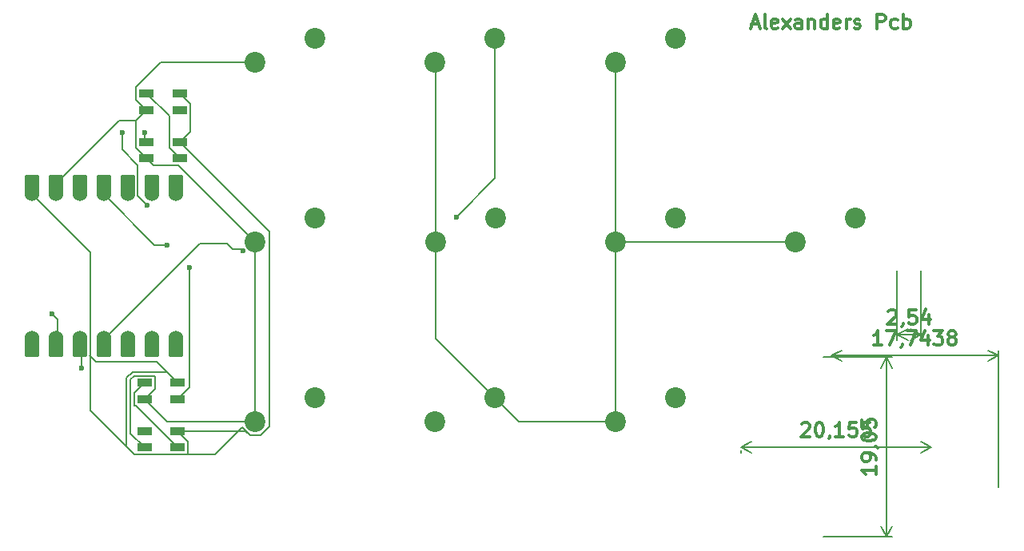
<source format=gbr>
%TF.GenerationSoftware,KiCad,Pcbnew,9.0.2*%
%TF.CreationDate,2025-06-28T19:25:42+02:00*%
%TF.ProjectId,Hackpad,4861636b-7061-4642-9e6b-696361645f70,rev?*%
%TF.SameCoordinates,Original*%
%TF.FileFunction,Copper,L1,Top*%
%TF.FilePolarity,Positive*%
%FSLAX46Y46*%
G04 Gerber Fmt 4.6, Leading zero omitted, Abs format (unit mm)*
G04 Created by KiCad (PCBNEW 9.0.2) date 2025-06-28 19:25:42*
%MOMM*%
%LPD*%
G01*
G04 APERTURE LIST*
G04 Aperture macros list*
%AMRoundRect*
0 Rectangle with rounded corners*
0 $1 Rounding radius*
0 $2 $3 $4 $5 $6 $7 $8 $9 X,Y pos of 4 corners*
0 Add a 4 corners polygon primitive as box body*
4,1,4,$2,$3,$4,$5,$6,$7,$8,$9,$2,$3,0*
0 Add four circle primitives for the rounded corners*
1,1,$1+$1,$2,$3*
1,1,$1+$1,$4,$5*
1,1,$1+$1,$6,$7*
1,1,$1+$1,$8,$9*
0 Add four rect primitives between the rounded corners*
20,1,$1+$1,$2,$3,$4,$5,0*
20,1,$1+$1,$4,$5,$6,$7,0*
20,1,$1+$1,$6,$7,$8,$9,0*
20,1,$1+$1,$8,$9,$2,$3,0*%
G04 Aperture macros list end*
%ADD10C,0.300000*%
%TA.AperFunction,NonConductor*%
%ADD11C,0.300000*%
%TD*%
%TA.AperFunction,NonConductor*%
%ADD12C,0.200000*%
%TD*%
%TA.AperFunction,ComponentPad*%
%ADD13C,2.200000*%
%TD*%
%TA.AperFunction,SMDPad,CuDef*%
%ADD14RoundRect,0.152400X-0.609600X1.063600X-0.609600X-1.063600X0.609600X-1.063600X0.609600X1.063600X0*%
%TD*%
%TA.AperFunction,ComponentPad*%
%ADD15C,1.524000*%
%TD*%
%TA.AperFunction,SMDPad,CuDef*%
%ADD16RoundRect,0.152400X0.609600X-1.063600X0.609600X1.063600X-0.609600X1.063600X-0.609600X-1.063600X0*%
%TD*%
%TA.AperFunction,SMDPad,CuDef*%
%ADD17R,1.600000X0.850000*%
%TD*%
%TA.AperFunction,ViaPad*%
%ADD18C,0.600000*%
%TD*%
%TA.AperFunction,Conductor*%
%ADD19C,0.200000*%
%TD*%
G04 APERTURE END LIST*
D10*
D11*
X171483082Y-57572257D02*
X172197368Y-57572257D01*
X171340225Y-58000828D02*
X171840225Y-56500828D01*
X171840225Y-56500828D02*
X172340225Y-58000828D01*
X173054510Y-58000828D02*
X172911653Y-57929400D01*
X172911653Y-57929400D02*
X172840224Y-57786542D01*
X172840224Y-57786542D02*
X172840224Y-56500828D01*
X174197367Y-57929400D02*
X174054510Y-58000828D01*
X174054510Y-58000828D02*
X173768796Y-58000828D01*
X173768796Y-58000828D02*
X173625938Y-57929400D01*
X173625938Y-57929400D02*
X173554510Y-57786542D01*
X173554510Y-57786542D02*
X173554510Y-57215114D01*
X173554510Y-57215114D02*
X173625938Y-57072257D01*
X173625938Y-57072257D02*
X173768796Y-57000828D01*
X173768796Y-57000828D02*
X174054510Y-57000828D01*
X174054510Y-57000828D02*
X174197367Y-57072257D01*
X174197367Y-57072257D02*
X174268796Y-57215114D01*
X174268796Y-57215114D02*
X174268796Y-57357971D01*
X174268796Y-57357971D02*
X173554510Y-57500828D01*
X174768795Y-58000828D02*
X175554510Y-57000828D01*
X174768795Y-57000828D02*
X175554510Y-58000828D01*
X176768796Y-58000828D02*
X176768796Y-57215114D01*
X176768796Y-57215114D02*
X176697367Y-57072257D01*
X176697367Y-57072257D02*
X176554510Y-57000828D01*
X176554510Y-57000828D02*
X176268796Y-57000828D01*
X176268796Y-57000828D02*
X176125938Y-57072257D01*
X176768796Y-57929400D02*
X176625938Y-58000828D01*
X176625938Y-58000828D02*
X176268796Y-58000828D01*
X176268796Y-58000828D02*
X176125938Y-57929400D01*
X176125938Y-57929400D02*
X176054510Y-57786542D01*
X176054510Y-57786542D02*
X176054510Y-57643685D01*
X176054510Y-57643685D02*
X176125938Y-57500828D01*
X176125938Y-57500828D02*
X176268796Y-57429400D01*
X176268796Y-57429400D02*
X176625938Y-57429400D01*
X176625938Y-57429400D02*
X176768796Y-57357971D01*
X177483081Y-57000828D02*
X177483081Y-58000828D01*
X177483081Y-57143685D02*
X177554510Y-57072257D01*
X177554510Y-57072257D02*
X177697367Y-57000828D01*
X177697367Y-57000828D02*
X177911653Y-57000828D01*
X177911653Y-57000828D02*
X178054510Y-57072257D01*
X178054510Y-57072257D02*
X178125939Y-57215114D01*
X178125939Y-57215114D02*
X178125939Y-58000828D01*
X179483082Y-58000828D02*
X179483082Y-56500828D01*
X179483082Y-57929400D02*
X179340224Y-58000828D01*
X179340224Y-58000828D02*
X179054510Y-58000828D01*
X179054510Y-58000828D02*
X178911653Y-57929400D01*
X178911653Y-57929400D02*
X178840224Y-57857971D01*
X178840224Y-57857971D02*
X178768796Y-57715114D01*
X178768796Y-57715114D02*
X178768796Y-57286542D01*
X178768796Y-57286542D02*
X178840224Y-57143685D01*
X178840224Y-57143685D02*
X178911653Y-57072257D01*
X178911653Y-57072257D02*
X179054510Y-57000828D01*
X179054510Y-57000828D02*
X179340224Y-57000828D01*
X179340224Y-57000828D02*
X179483082Y-57072257D01*
X180768796Y-57929400D02*
X180625939Y-58000828D01*
X180625939Y-58000828D02*
X180340225Y-58000828D01*
X180340225Y-58000828D02*
X180197367Y-57929400D01*
X180197367Y-57929400D02*
X180125939Y-57786542D01*
X180125939Y-57786542D02*
X180125939Y-57215114D01*
X180125939Y-57215114D02*
X180197367Y-57072257D01*
X180197367Y-57072257D02*
X180340225Y-57000828D01*
X180340225Y-57000828D02*
X180625939Y-57000828D01*
X180625939Y-57000828D02*
X180768796Y-57072257D01*
X180768796Y-57072257D02*
X180840225Y-57215114D01*
X180840225Y-57215114D02*
X180840225Y-57357971D01*
X180840225Y-57357971D02*
X180125939Y-57500828D01*
X181483081Y-58000828D02*
X181483081Y-57000828D01*
X181483081Y-57286542D02*
X181554510Y-57143685D01*
X181554510Y-57143685D02*
X181625939Y-57072257D01*
X181625939Y-57072257D02*
X181768796Y-57000828D01*
X181768796Y-57000828D02*
X181911653Y-57000828D01*
X182340224Y-57929400D02*
X182483081Y-58000828D01*
X182483081Y-58000828D02*
X182768795Y-58000828D01*
X182768795Y-58000828D02*
X182911652Y-57929400D01*
X182911652Y-57929400D02*
X182983081Y-57786542D01*
X182983081Y-57786542D02*
X182983081Y-57715114D01*
X182983081Y-57715114D02*
X182911652Y-57572257D01*
X182911652Y-57572257D02*
X182768795Y-57500828D01*
X182768795Y-57500828D02*
X182554510Y-57500828D01*
X182554510Y-57500828D02*
X182411652Y-57429400D01*
X182411652Y-57429400D02*
X182340224Y-57286542D01*
X182340224Y-57286542D02*
X182340224Y-57215114D01*
X182340224Y-57215114D02*
X182411652Y-57072257D01*
X182411652Y-57072257D02*
X182554510Y-57000828D01*
X182554510Y-57000828D02*
X182768795Y-57000828D01*
X182768795Y-57000828D02*
X182911652Y-57072257D01*
X184768795Y-58000828D02*
X184768795Y-56500828D01*
X184768795Y-56500828D02*
X185340224Y-56500828D01*
X185340224Y-56500828D02*
X185483081Y-56572257D01*
X185483081Y-56572257D02*
X185554510Y-56643685D01*
X185554510Y-56643685D02*
X185625938Y-56786542D01*
X185625938Y-56786542D02*
X185625938Y-57000828D01*
X185625938Y-57000828D02*
X185554510Y-57143685D01*
X185554510Y-57143685D02*
X185483081Y-57215114D01*
X185483081Y-57215114D02*
X185340224Y-57286542D01*
X185340224Y-57286542D02*
X184768795Y-57286542D01*
X186911653Y-57929400D02*
X186768795Y-58000828D01*
X186768795Y-58000828D02*
X186483081Y-58000828D01*
X186483081Y-58000828D02*
X186340224Y-57929400D01*
X186340224Y-57929400D02*
X186268795Y-57857971D01*
X186268795Y-57857971D02*
X186197367Y-57715114D01*
X186197367Y-57715114D02*
X186197367Y-57286542D01*
X186197367Y-57286542D02*
X186268795Y-57143685D01*
X186268795Y-57143685D02*
X186340224Y-57072257D01*
X186340224Y-57072257D02*
X186483081Y-57000828D01*
X186483081Y-57000828D02*
X186768795Y-57000828D01*
X186768795Y-57000828D02*
X186911653Y-57072257D01*
X187554509Y-58000828D02*
X187554509Y-56500828D01*
X187554509Y-57072257D02*
X187697367Y-57000828D01*
X187697367Y-57000828D02*
X187983081Y-57000828D01*
X187983081Y-57000828D02*
X188125938Y-57072257D01*
X188125938Y-57072257D02*
X188197367Y-57143685D01*
X188197367Y-57143685D02*
X188268795Y-57286542D01*
X188268795Y-57286542D02*
X188268795Y-57715114D01*
X188268795Y-57715114D02*
X188197367Y-57857971D01*
X188197367Y-57857971D02*
X188125938Y-57929400D01*
X188125938Y-57929400D02*
X187983081Y-58000828D01*
X187983081Y-58000828D02*
X187697367Y-58000828D01*
X187697367Y-58000828D02*
X187554509Y-57929400D01*
D10*
D11*
X185271875Y-91583328D02*
X184414732Y-91583328D01*
X184843303Y-91583328D02*
X184843303Y-90083328D01*
X184843303Y-90083328D02*
X184700446Y-90297614D01*
X184700446Y-90297614D02*
X184557589Y-90440471D01*
X184557589Y-90440471D02*
X184414732Y-90511900D01*
X185771874Y-90083328D02*
X186771874Y-90083328D01*
X186771874Y-90083328D02*
X186129017Y-91583328D01*
X187414731Y-91511900D02*
X187414731Y-91583328D01*
X187414731Y-91583328D02*
X187343302Y-91726185D01*
X187343302Y-91726185D02*
X187271874Y-91797614D01*
X187914731Y-90083328D02*
X188914731Y-90083328D01*
X188914731Y-90083328D02*
X188271874Y-91583328D01*
X190129017Y-90583328D02*
X190129017Y-91583328D01*
X189771874Y-90011900D02*
X189414731Y-91083328D01*
X189414731Y-91083328D02*
X190343302Y-91083328D01*
X190771873Y-90083328D02*
X191700445Y-90083328D01*
X191700445Y-90083328D02*
X191200445Y-90654757D01*
X191200445Y-90654757D02*
X191414730Y-90654757D01*
X191414730Y-90654757D02*
X191557588Y-90726185D01*
X191557588Y-90726185D02*
X191629016Y-90797614D01*
X191629016Y-90797614D02*
X191700445Y-90940471D01*
X191700445Y-90940471D02*
X191700445Y-91297614D01*
X191700445Y-91297614D02*
X191629016Y-91440471D01*
X191629016Y-91440471D02*
X191557588Y-91511900D01*
X191557588Y-91511900D02*
X191414730Y-91583328D01*
X191414730Y-91583328D02*
X190986159Y-91583328D01*
X190986159Y-91583328D02*
X190843302Y-91511900D01*
X190843302Y-91511900D02*
X190771873Y-91440471D01*
X192557587Y-90726185D02*
X192414730Y-90654757D01*
X192414730Y-90654757D02*
X192343301Y-90583328D01*
X192343301Y-90583328D02*
X192271873Y-90440471D01*
X192271873Y-90440471D02*
X192271873Y-90369042D01*
X192271873Y-90369042D02*
X192343301Y-90226185D01*
X192343301Y-90226185D02*
X192414730Y-90154757D01*
X192414730Y-90154757D02*
X192557587Y-90083328D01*
X192557587Y-90083328D02*
X192843301Y-90083328D01*
X192843301Y-90083328D02*
X192986159Y-90154757D01*
X192986159Y-90154757D02*
X193057587Y-90226185D01*
X193057587Y-90226185D02*
X193129016Y-90369042D01*
X193129016Y-90369042D02*
X193129016Y-90440471D01*
X193129016Y-90440471D02*
X193057587Y-90583328D01*
X193057587Y-90583328D02*
X192986159Y-90654757D01*
X192986159Y-90654757D02*
X192843301Y-90726185D01*
X192843301Y-90726185D02*
X192557587Y-90726185D01*
X192557587Y-90726185D02*
X192414730Y-90797614D01*
X192414730Y-90797614D02*
X192343301Y-90869042D01*
X192343301Y-90869042D02*
X192271873Y-91011900D01*
X192271873Y-91011900D02*
X192271873Y-91297614D01*
X192271873Y-91297614D02*
X192343301Y-91440471D01*
X192343301Y-91440471D02*
X192414730Y-91511900D01*
X192414730Y-91511900D02*
X192557587Y-91583328D01*
X192557587Y-91583328D02*
X192843301Y-91583328D01*
X192843301Y-91583328D02*
X192986159Y-91511900D01*
X192986159Y-91511900D02*
X193057587Y-91440471D01*
X193057587Y-91440471D02*
X193129016Y-91297614D01*
X193129016Y-91297614D02*
X193129016Y-91011900D01*
X193129016Y-91011900D02*
X193057587Y-90869042D01*
X193057587Y-90869042D02*
X192986159Y-90797614D01*
X192986159Y-90797614D02*
X192843301Y-90726185D01*
D12*
X179899998Y-92705000D02*
X179899998Y-92705000D01*
X197643750Y-92118580D02*
X197643750Y-106656250D01*
X179899998Y-92705000D02*
X197643750Y-92705000D01*
X179899998Y-92705000D02*
X181026502Y-92118579D01*
X179899998Y-92705000D02*
X181026502Y-93291421D01*
X197643750Y-92705000D02*
X196517246Y-93291421D01*
X197643750Y-92705000D02*
X196517246Y-92118579D01*
D10*
D11*
X185940713Y-88008685D02*
X186012141Y-87937257D01*
X186012141Y-87937257D02*
X186154999Y-87865828D01*
X186154999Y-87865828D02*
X186512141Y-87865828D01*
X186512141Y-87865828D02*
X186654999Y-87937257D01*
X186654999Y-87937257D02*
X186726427Y-88008685D01*
X186726427Y-88008685D02*
X186797856Y-88151542D01*
X186797856Y-88151542D02*
X186797856Y-88294400D01*
X186797856Y-88294400D02*
X186726427Y-88508685D01*
X186726427Y-88508685D02*
X185869284Y-89365828D01*
X185869284Y-89365828D02*
X186797856Y-89365828D01*
X187512141Y-89294400D02*
X187512141Y-89365828D01*
X187512141Y-89365828D02*
X187440712Y-89508685D01*
X187440712Y-89508685D02*
X187369284Y-89580114D01*
X188869284Y-87865828D02*
X188154998Y-87865828D01*
X188154998Y-87865828D02*
X188083570Y-88580114D01*
X188083570Y-88580114D02*
X188154998Y-88508685D01*
X188154998Y-88508685D02*
X188297856Y-88437257D01*
X188297856Y-88437257D02*
X188654998Y-88437257D01*
X188654998Y-88437257D02*
X188797856Y-88508685D01*
X188797856Y-88508685D02*
X188869284Y-88580114D01*
X188869284Y-88580114D02*
X188940713Y-88722971D01*
X188940713Y-88722971D02*
X188940713Y-89080114D01*
X188940713Y-89080114D02*
X188869284Y-89222971D01*
X188869284Y-89222971D02*
X188797856Y-89294400D01*
X188797856Y-89294400D02*
X188654998Y-89365828D01*
X188654998Y-89365828D02*
X188297856Y-89365828D01*
X188297856Y-89365828D02*
X188154998Y-89294400D01*
X188154998Y-89294400D02*
X188083570Y-89222971D01*
X190226427Y-88365828D02*
X190226427Y-89365828D01*
X189869284Y-87794400D02*
X189512141Y-88865828D01*
X189512141Y-88865828D02*
X190440712Y-88865828D01*
D12*
X186884998Y-83680000D02*
X186884998Y-91073920D01*
X189424998Y-91073920D02*
X189424998Y-83680000D01*
X186884998Y-90487500D02*
X189424998Y-90487500D01*
X186884998Y-90487500D02*
X188011502Y-89901079D01*
X186884998Y-90487500D02*
X188011502Y-91073921D01*
X189424998Y-90487500D02*
X188298494Y-91073921D01*
X189424998Y-90487500D02*
X188298494Y-89901079D01*
D10*
D11*
X176779643Y-99914935D02*
X176851071Y-99843507D01*
X176851071Y-99843507D02*
X176993929Y-99772078D01*
X176993929Y-99772078D02*
X177351071Y-99772078D01*
X177351071Y-99772078D02*
X177493929Y-99843507D01*
X177493929Y-99843507D02*
X177565357Y-99914935D01*
X177565357Y-99914935D02*
X177636786Y-100057792D01*
X177636786Y-100057792D02*
X177636786Y-100200650D01*
X177636786Y-100200650D02*
X177565357Y-100414935D01*
X177565357Y-100414935D02*
X176708214Y-101272078D01*
X176708214Y-101272078D02*
X177636786Y-101272078D01*
X178565357Y-99772078D02*
X178708214Y-99772078D01*
X178708214Y-99772078D02*
X178851071Y-99843507D01*
X178851071Y-99843507D02*
X178922500Y-99914935D01*
X178922500Y-99914935D02*
X178993928Y-100057792D01*
X178993928Y-100057792D02*
X179065357Y-100343507D01*
X179065357Y-100343507D02*
X179065357Y-100700650D01*
X179065357Y-100700650D02*
X178993928Y-100986364D01*
X178993928Y-100986364D02*
X178922500Y-101129221D01*
X178922500Y-101129221D02*
X178851071Y-101200650D01*
X178851071Y-101200650D02*
X178708214Y-101272078D01*
X178708214Y-101272078D02*
X178565357Y-101272078D01*
X178565357Y-101272078D02*
X178422500Y-101200650D01*
X178422500Y-101200650D02*
X178351071Y-101129221D01*
X178351071Y-101129221D02*
X178279642Y-100986364D01*
X178279642Y-100986364D02*
X178208214Y-100700650D01*
X178208214Y-100700650D02*
X178208214Y-100343507D01*
X178208214Y-100343507D02*
X178279642Y-100057792D01*
X178279642Y-100057792D02*
X178351071Y-99914935D01*
X178351071Y-99914935D02*
X178422500Y-99843507D01*
X178422500Y-99843507D02*
X178565357Y-99772078D01*
X179779642Y-101200650D02*
X179779642Y-101272078D01*
X179779642Y-101272078D02*
X179708213Y-101414935D01*
X179708213Y-101414935D02*
X179636785Y-101486364D01*
X181208214Y-101272078D02*
X180351071Y-101272078D01*
X180779642Y-101272078D02*
X180779642Y-99772078D01*
X180779642Y-99772078D02*
X180636785Y-99986364D01*
X180636785Y-99986364D02*
X180493928Y-100129221D01*
X180493928Y-100129221D02*
X180351071Y-100200650D01*
X182565356Y-99772078D02*
X181851070Y-99772078D01*
X181851070Y-99772078D02*
X181779642Y-100486364D01*
X181779642Y-100486364D02*
X181851070Y-100414935D01*
X181851070Y-100414935D02*
X181993928Y-100343507D01*
X181993928Y-100343507D02*
X182351070Y-100343507D01*
X182351070Y-100343507D02*
X182493928Y-100414935D01*
X182493928Y-100414935D02*
X182565356Y-100486364D01*
X182565356Y-100486364D02*
X182636785Y-100629221D01*
X182636785Y-100629221D02*
X182636785Y-100986364D01*
X182636785Y-100986364D02*
X182565356Y-101129221D01*
X182565356Y-101129221D02*
X182493928Y-101200650D01*
X182493928Y-101200650D02*
X182351070Y-101272078D01*
X182351070Y-101272078D02*
X181993928Y-101272078D01*
X181993928Y-101272078D02*
X181851070Y-101200650D01*
X181851070Y-101200650D02*
X181779642Y-101129221D01*
X183993927Y-99772078D02*
X183279641Y-99772078D01*
X183279641Y-99772078D02*
X183208213Y-100486364D01*
X183208213Y-100486364D02*
X183279641Y-100414935D01*
X183279641Y-100414935D02*
X183422499Y-100343507D01*
X183422499Y-100343507D02*
X183779641Y-100343507D01*
X183779641Y-100343507D02*
X183922499Y-100414935D01*
X183922499Y-100414935D02*
X183993927Y-100486364D01*
X183993927Y-100486364D02*
X184065356Y-100629221D01*
X184065356Y-100629221D02*
X184065356Y-100986364D01*
X184065356Y-100986364D02*
X183993927Y-101129221D01*
X183993927Y-101129221D02*
X183922499Y-101200650D01*
X183922499Y-101200650D02*
X183779641Y-101272078D01*
X183779641Y-101272078D02*
X183422499Y-101272078D01*
X183422499Y-101272078D02*
X183279641Y-101200650D01*
X183279641Y-101200650D02*
X183208213Y-101129221D01*
D12*
X190500000Y-102393750D02*
X190500000Y-102393750D01*
X170344998Y-102980170D02*
X170344998Y-102740000D01*
X190500000Y-102393750D02*
X170344998Y-102393750D01*
X190500000Y-102393750D02*
X189373496Y-102980171D01*
X190500000Y-102393750D02*
X189373496Y-101807329D01*
X170344998Y-102393750D02*
X171471502Y-101807329D01*
X170344998Y-102393750D02*
X171471502Y-102980171D01*
D10*
D11*
X184615828Y-104465177D02*
X184615828Y-105322320D01*
X184615828Y-104893749D02*
X183115828Y-104893749D01*
X183115828Y-104893749D02*
X183330114Y-105036606D01*
X183330114Y-105036606D02*
X183472971Y-105179463D01*
X183472971Y-105179463D02*
X183544400Y-105322320D01*
X184615828Y-103750892D02*
X184615828Y-103465178D01*
X184615828Y-103465178D02*
X184544400Y-103322321D01*
X184544400Y-103322321D02*
X184472971Y-103250892D01*
X184472971Y-103250892D02*
X184258685Y-103108035D01*
X184258685Y-103108035D02*
X183972971Y-103036606D01*
X183972971Y-103036606D02*
X183401542Y-103036606D01*
X183401542Y-103036606D02*
X183258685Y-103108035D01*
X183258685Y-103108035D02*
X183187257Y-103179464D01*
X183187257Y-103179464D02*
X183115828Y-103322321D01*
X183115828Y-103322321D02*
X183115828Y-103608035D01*
X183115828Y-103608035D02*
X183187257Y-103750892D01*
X183187257Y-103750892D02*
X183258685Y-103822321D01*
X183258685Y-103822321D02*
X183401542Y-103893749D01*
X183401542Y-103893749D02*
X183758685Y-103893749D01*
X183758685Y-103893749D02*
X183901542Y-103822321D01*
X183901542Y-103822321D02*
X183972971Y-103750892D01*
X183972971Y-103750892D02*
X184044400Y-103608035D01*
X184044400Y-103608035D02*
X184044400Y-103322321D01*
X184044400Y-103322321D02*
X183972971Y-103179464D01*
X183972971Y-103179464D02*
X183901542Y-103108035D01*
X183901542Y-103108035D02*
X183758685Y-103036606D01*
X184544400Y-102322321D02*
X184615828Y-102322321D01*
X184615828Y-102322321D02*
X184758685Y-102393750D01*
X184758685Y-102393750D02*
X184830114Y-102465178D01*
X183115828Y-101393749D02*
X183115828Y-101250892D01*
X183115828Y-101250892D02*
X183187257Y-101108035D01*
X183187257Y-101108035D02*
X183258685Y-101036607D01*
X183258685Y-101036607D02*
X183401542Y-100965178D01*
X183401542Y-100965178D02*
X183687257Y-100893749D01*
X183687257Y-100893749D02*
X184044400Y-100893749D01*
X184044400Y-100893749D02*
X184330114Y-100965178D01*
X184330114Y-100965178D02*
X184472971Y-101036607D01*
X184472971Y-101036607D02*
X184544400Y-101108035D01*
X184544400Y-101108035D02*
X184615828Y-101250892D01*
X184615828Y-101250892D02*
X184615828Y-101393749D01*
X184615828Y-101393749D02*
X184544400Y-101536607D01*
X184544400Y-101536607D02*
X184472971Y-101608035D01*
X184472971Y-101608035D02*
X184330114Y-101679464D01*
X184330114Y-101679464D02*
X184044400Y-101750892D01*
X184044400Y-101750892D02*
X183687257Y-101750892D01*
X183687257Y-101750892D02*
X183401542Y-101679464D01*
X183401542Y-101679464D02*
X183258685Y-101608035D01*
X183258685Y-101608035D02*
X183187257Y-101536607D01*
X183187257Y-101536607D02*
X183115828Y-101393749D01*
X183115828Y-99536607D02*
X183115828Y-100250893D01*
X183115828Y-100250893D02*
X183830114Y-100322321D01*
X183830114Y-100322321D02*
X183758685Y-100250893D01*
X183758685Y-100250893D02*
X183687257Y-100108036D01*
X183687257Y-100108036D02*
X183687257Y-99750893D01*
X183687257Y-99750893D02*
X183758685Y-99608036D01*
X183758685Y-99608036D02*
X183830114Y-99536607D01*
X183830114Y-99536607D02*
X183972971Y-99465178D01*
X183972971Y-99465178D02*
X184330114Y-99465178D01*
X184330114Y-99465178D02*
X184472971Y-99536607D01*
X184472971Y-99536607D02*
X184544400Y-99608036D01*
X184544400Y-99608036D02*
X184615828Y-99750893D01*
X184615828Y-99750893D02*
X184615828Y-100108036D01*
X184615828Y-100108036D02*
X184544400Y-100250893D01*
X184544400Y-100250893D02*
X184472971Y-100322321D01*
D12*
X179093750Y-92868750D02*
X186323920Y-92868750D01*
X186323920Y-111918750D02*
X179093750Y-111918750D01*
X185737500Y-92868750D02*
X185737500Y-111918750D01*
X185737500Y-92868750D02*
X186323921Y-93995254D01*
X185737500Y-92868750D02*
X185151079Y-93995254D01*
X185737500Y-111918750D02*
X185151079Y-110792246D01*
X185737500Y-111918750D02*
X186323921Y-110792246D01*
D13*
%TO.P,SW6,1,1*%
%TO.N,Net-(U1-GPIO0{slash}TX)*%
X125249998Y-59030000D03*
%TO.P,SW6,2,2*%
%TO.N,GND*%
X118899998Y-61570000D03*
%TD*%
%TO.P,SW9,1,1*%
%TO.N,Net-(U1-GPIO27{slash}ADC1{slash}A1)*%
X163359998Y-59050000D03*
%TO.P,SW9,2,2*%
%TO.N,GND*%
X157009998Y-61590000D03*
%TD*%
%TO.P,SW7,1,1*%
%TO.N,Net-(U1-GPIO29{slash}ADC3{slash}A3)*%
X144289998Y-59050000D03*
%TO.P,SW7,2,2*%
%TO.N,GND*%
X137939998Y-61590000D03*
%TD*%
%TO.P,SW3,1,1*%
%TO.N,Net-(U1-GPIO2{slash}SCK)*%
X144309998Y-78090000D03*
%TO.P,SW3,2,2*%
%TO.N,GND*%
X137959998Y-80630000D03*
%TD*%
D14*
%TO.P,U1,1,GPIO26/ADC0/A0*%
%TO.N,Net-(U1-GPIO26{slash}ADC0{slash}A0)*%
X95200000Y-91635000D03*
D15*
X95200000Y-90800000D03*
D14*
%TO.P,U1,2,GPIO27/ADC1/A1*%
%TO.N,Net-(U1-GPIO27{slash}ADC1{slash}A1)*%
X97740000Y-91635000D03*
D15*
X97740000Y-90800000D03*
D14*
%TO.P,U1,3,GPIO28/ADC2/A2*%
%TO.N,Net-(U1-GPIO28{slash}ADC2{slash}A2)*%
X100280000Y-91635000D03*
D15*
X100280000Y-90800000D03*
D14*
%TO.P,U1,4,GPIO29/ADC3/A3*%
%TO.N,Net-(U1-GPIO29{slash}ADC3{slash}A3)*%
X102820000Y-91635000D03*
D15*
X102820000Y-90800000D03*
D14*
%TO.P,U1,5,GPIO6/SDA*%
%TO.N,Net-(D1-DIN)*%
X105360000Y-91635000D03*
D15*
X105360000Y-90800000D03*
D14*
%TO.P,U1,6,GPIO7/SCL*%
%TO.N,Net-(U1-GPIO7{slash}SCL)*%
X107900000Y-91635000D03*
D15*
X107900000Y-90800000D03*
D14*
%TO.P,U1,7,GPIO0/TX*%
%TO.N,Net-(U1-GPIO0{slash}TX)*%
X110440000Y-91635000D03*
D15*
X110440000Y-90800000D03*
%TO.P,U1,8,GPIO1/RX*%
%TO.N,Net-(U1-GPIO1{slash}RX)*%
X110440000Y-75560000D03*
D16*
X110440000Y-74725000D03*
D15*
%TO.P,U1,9,GPIO2/SCK*%
%TO.N,Net-(U1-GPIO2{slash}SCK)*%
X107900000Y-75560000D03*
D16*
X107900000Y-74725000D03*
D15*
%TO.P,U1,10,GPIO4/MISO*%
%TO.N,Net-(U1-GPIO4{slash}MISO)*%
X105360000Y-75560000D03*
D16*
X105360000Y-74725000D03*
D15*
%TO.P,U1,11,GPIO3/MOSI*%
%TO.N,Net-(U1-GPIO3{slash}MOSI)*%
X102820000Y-75560000D03*
D16*
X102820000Y-74725000D03*
D15*
%TO.P,U1,12,3V3*%
%TO.N,+5V*%
X100280000Y-75560000D03*
D16*
X100280000Y-74725000D03*
D15*
%TO.P,U1,13,GND*%
%TO.N,GND*%
X97740000Y-75560000D03*
D16*
X97740000Y-74725000D03*
D15*
%TO.P,U1,14,VBUS*%
%TO.N,+5V*%
X95200000Y-75560000D03*
D16*
X95200000Y-74725000D03*
%TD*%
D17*
%TO.P,D4,1,DOUT*%
%TO.N,Net-(D4-DOUT)*%
X107169998Y-95565000D03*
%TO.P,D4,2,VSS*%
%TO.N,GND*%
X107169998Y-97315000D03*
%TO.P,D4,3,DIN*%
%TO.N,Net-(D3-DOUT)*%
X110669998Y-97315000D03*
%TO.P,D4,4,VDD*%
%TO.N,+5V*%
X110669998Y-95565000D03*
%TD*%
D13*
%TO.P,SW8,1,1*%
%TO.N,Net-(U1-GPIO28{slash}ADC2{slash}A2)*%
X163359998Y-78110000D03*
%TO.P,SW8,2,2*%
%TO.N,GND*%
X157009998Y-80650000D03*
%TD*%
%TO.P,SW4,1,1*%
%TO.N,Net-(U1-GPIO1{slash}RX)*%
X125249998Y-97180000D03*
%TO.P,SW4,2,2*%
%TO.N,GND*%
X118899998Y-99720000D03*
%TD*%
%TO.P,SW1,1,1*%
%TO.N,Net-(U1-GPIO4{slash}MISO)*%
X182439998Y-78100000D03*
%TO.P,SW1,2,2*%
%TO.N,GND*%
X176089998Y-80640000D03*
%TD*%
%TO.P,SW5,1,1*%
%TO.N,GND*%
X144289998Y-97180000D03*
%TO.P,SW5,2,2*%
%TO.N,Net-(U1-GPIO7{slash}SCL)*%
X137939998Y-99720000D03*
%TD*%
%TO.P,SW2,1,1*%
%TO.N,Net-(U1-GPIO3{slash}MOSI)*%
X125249998Y-78110000D03*
%TO.P,SW2,2,2*%
%TO.N,GND*%
X118899998Y-80650000D03*
%TD*%
D17*
%TO.P,D5,1,DOUT*%
%TO.N,Net-(D5-DOUT)*%
X107169998Y-100685000D03*
%TO.P,D5,2,VSS*%
%TO.N,GND*%
X107169998Y-102435000D03*
%TO.P,D5,3,DIN*%
%TO.N,Net-(D4-DOUT)*%
X110669998Y-102435000D03*
%TO.P,D5,4,VDD*%
%TO.N,+5V*%
X110669998Y-100685000D03*
%TD*%
%TO.P,D3,1,DOUT*%
%TO.N,Net-(D3-DOUT)*%
X107379998Y-70025000D03*
%TO.P,D3,2,VSS*%
%TO.N,GND*%
X107379998Y-71775000D03*
%TO.P,D3,3,DIN*%
%TO.N,Net-(D2-DOUT)*%
X110879998Y-71775000D03*
%TO.P,D3,4,VDD*%
%TO.N,+5V*%
X110879998Y-70025000D03*
%TD*%
D13*
%TO.P,SW10,1,1*%
%TO.N,Net-(U1-GPIO26{slash}ADC0{slash}A0)*%
X163359998Y-97160000D03*
%TO.P,SW10,2,2*%
%TO.N,GND*%
X157009998Y-99700000D03*
%TD*%
D17*
%TO.P,D2,1,DOUT*%
%TO.N,Net-(D2-DOUT)*%
X107379998Y-64905000D03*
%TO.P,D2,2,VSS*%
%TO.N,GND*%
X107379998Y-66655000D03*
%TO.P,D2,3,DIN*%
%TO.N,Net-(D1-DOUT)*%
X110879998Y-66655000D03*
%TO.P,D2,4,VDD*%
%TO.N,+5V*%
X110879998Y-64905000D03*
%TD*%
D18*
%TO.N,Net-(D3-DOUT)*%
X107437000Y-76734000D03*
X111918750Y-83343750D03*
X104775000Y-69056250D03*
X107156250Y-69056250D03*
%TO.N,Net-(U1-GPIO3{slash}MOSI)*%
X109537500Y-80962500D03*
%TO.N,Net-(U1-GPIO29{slash}ADC3{slash}A3)*%
X140200000Y-78000000D03*
X117578033Y-81551341D03*
%TO.N,Net-(U1-GPIO28{slash}ADC2{slash}A2)*%
X100500000Y-94000000D03*
%TO.N,Net-(U1-GPIO27{slash}ADC1{slash}A1)*%
X97400000Y-88300000D03*
%TD*%
D19*
%TO.N,+5V*%
X101400000Y-81760000D02*
X95200000Y-75560000D01*
X100978498Y-75635000D02*
X100380000Y-75635000D01*
X110669998Y-95565000D02*
X110669998Y-95630000D01*
X120358998Y-79504000D02*
X110879998Y-70025000D01*
X105266998Y-102359000D02*
X106068998Y-103161000D01*
X110879998Y-70030000D02*
X110879998Y-70025000D01*
X106068998Y-103161000D02*
X114638312Y-103161000D01*
X108486998Y-93382000D02*
X102036872Y-93382000D01*
X119480312Y-101121000D02*
X120358998Y-100242314D01*
X110865000Y-95565000D02*
X110669998Y-95565000D01*
X111770998Y-103161000D02*
X106068998Y-103161000D01*
X105266998Y-95073900D02*
X105266998Y-102359000D01*
X114638312Y-103161000D02*
X117498998Y-100300314D01*
X111980998Y-68924000D02*
X111980998Y-66006000D01*
X118319684Y-101121000D02*
X119480312Y-101121000D01*
X110669998Y-95565000D02*
X108486998Y-93382000D01*
X110669998Y-95565000D02*
X109542998Y-94438000D01*
X106068998Y-103161000D02*
X101400000Y-98492002D01*
X110865000Y-95565000D02*
X110950000Y-95650000D01*
X110800000Y-70104998D02*
X110800000Y-70150000D01*
X117883684Y-100685000D02*
X118319684Y-101121000D01*
X110669998Y-100685000D02*
X117883684Y-100685000D01*
X110669998Y-100685000D02*
X111770998Y-101786000D01*
X111770998Y-101786000D02*
X111770998Y-103161000D01*
X111980998Y-66006000D02*
X110879998Y-64905000D01*
X109542998Y-94438000D02*
X105902898Y-94438000D01*
X110879998Y-70025000D02*
X110800000Y-70104998D01*
X117498998Y-100300314D02*
X118319684Y-101121000D01*
X120358998Y-100242314D02*
X120358998Y-79504000D01*
X110879998Y-70030000D02*
X110899998Y-70050000D01*
X105902898Y-94438000D02*
X105266998Y-95073900D01*
X110879998Y-70025000D02*
X111980998Y-68924000D01*
X102036872Y-93382000D02*
X101361498Y-92706626D01*
X101400000Y-98492002D02*
X101400000Y-81760000D01*
X110649998Y-95650000D02*
X110669998Y-95630000D01*
%TO.N,Net-(D1-DOUT)*%
X110899998Y-66700000D02*
X110899998Y-66665000D01*
X110879998Y-66655000D02*
X110889998Y-66655000D01*
X110889998Y-66655000D02*
X110899998Y-66665000D01*
%TO.N,GND*%
X107169998Y-97315000D02*
X109574998Y-99720000D01*
X110750998Y-72501000D02*
X108105998Y-72501000D01*
X118899998Y-99720000D02*
X118899998Y-80650000D01*
X137919998Y-61570000D02*
X137939998Y-61590000D01*
X106278998Y-65554000D02*
X106278998Y-64179000D01*
X108270998Y-96214000D02*
X107169998Y-97315000D01*
X157009998Y-80650000D02*
X157009998Y-99700000D01*
X118899998Y-80650000D02*
X110750998Y-72501000D01*
X137959998Y-90850000D02*
X137959998Y-80630000D01*
X157009998Y-99700000D02*
X146809998Y-99700000D01*
X137959998Y-61610000D02*
X137959998Y-80630000D01*
X157009998Y-80650000D02*
X157009998Y-61590000D01*
X97758498Y-75176374D02*
X97758498Y-75790000D01*
X108105998Y-72501000D02*
X107379998Y-71775000D01*
X146809998Y-99700000D02*
X144289998Y-97180000D01*
X105667998Y-95240000D02*
X106068998Y-94839000D01*
X144289998Y-97180000D02*
X137959998Y-90850000D01*
X107169998Y-102435000D02*
X105667998Y-100933000D01*
X97758498Y-75790000D02*
X97758498Y-74712370D01*
X108887998Y-61570000D02*
X118899998Y-61570000D01*
X137939998Y-61590000D02*
X137959998Y-61610000D01*
X109574998Y-99720000D02*
X118899998Y-99720000D01*
X106278998Y-64179000D02*
X108887998Y-61570000D01*
X176089998Y-80640000D02*
X157019998Y-80640000D01*
X104466370Y-67756000D02*
X106278998Y-67756000D01*
X157019998Y-80640000D02*
X157009998Y-80650000D01*
X106278998Y-67756000D02*
X106278998Y-70674000D01*
X105667998Y-100933000D02*
X105667998Y-95240000D01*
X118899998Y-61570000D02*
X118208998Y-62261000D01*
X106068998Y-94839000D02*
X108270998Y-94839000D01*
X108270998Y-94839000D02*
X108270998Y-96214000D01*
X106278998Y-70674000D02*
X107379998Y-71775000D01*
X107379998Y-66655000D02*
X106278998Y-65554000D01*
X107379998Y-66655000D02*
X106278998Y-67756000D01*
X97740000Y-75560000D02*
X97740000Y-74482370D01*
X97740000Y-74482370D02*
X104466370Y-67756000D01*
%TO.N,Net-(D1-DIN)*%
X105378498Y-91030000D02*
X105378498Y-91865000D01*
%TO.N,Net-(D2-DOUT)*%
X110879998Y-71780000D02*
X110899998Y-71800000D01*
X110879998Y-71775000D02*
X110879998Y-71780000D01*
X109778998Y-67304000D02*
X109778998Y-70674000D01*
X107379998Y-64905000D02*
X109778998Y-67304000D01*
X109778998Y-70674000D02*
X110879998Y-71775000D01*
%TO.N,Net-(D3-DOUT)*%
X107437000Y-76734000D02*
X106423000Y-75720000D01*
X107156250Y-69056250D02*
X107156250Y-69801252D01*
X110600000Y-97384998D02*
X110600000Y-97500000D01*
X104775000Y-70853000D02*
X104775000Y-69056250D01*
X110669998Y-97315000D02*
X111918750Y-96066248D01*
X110754998Y-97400000D02*
X110799998Y-97400000D01*
X106423000Y-75720000D02*
X106423000Y-72501000D01*
X111918750Y-96066248D02*
X111918750Y-83343750D01*
X107458499Y-69946499D02*
X107379998Y-70025000D01*
X107156250Y-69801252D02*
X107379998Y-70025000D01*
X107350000Y-70054998D02*
X107379998Y-70025000D01*
X107350000Y-70054998D02*
X107350000Y-70100000D01*
X106423000Y-72501000D02*
X104775000Y-70853000D01*
%TO.N,Net-(D4-DOUT)*%
X106275998Y-98041000D02*
X106068998Y-98041000D01*
X110669998Y-102435000D02*
X106275998Y-98041000D01*
X106068998Y-96666000D02*
X107169998Y-95565000D01*
X106068998Y-98041000D02*
X106068998Y-96666000D01*
%TO.N,Net-(U1-GPIO4{slash}MISO)*%
X182439998Y-78090000D02*
X182349998Y-78000000D01*
X182439998Y-78090000D02*
X182439998Y-78100000D01*
X182439998Y-78140000D02*
X182649998Y-78350000D01*
X182439998Y-78100000D02*
X182439998Y-78140000D01*
%TO.N,Net-(U1-GPIO3{slash}MOSI)*%
X125249998Y-78110000D02*
X125309998Y-78050000D01*
X102820000Y-74725000D02*
X102820000Y-75560000D01*
X125309998Y-78050000D02*
X125449998Y-78050000D01*
X109537500Y-80962500D02*
X108222500Y-80962500D01*
X108222500Y-80962500D02*
X102820000Y-75560000D01*
%TO.N,Net-(U1-GPIO2{slash}SCK)*%
X144309998Y-78090000D02*
X144309998Y-78590000D01*
X144239998Y-78090000D02*
X144199998Y-78050000D01*
X144309998Y-78090000D02*
X144239998Y-78090000D01*
X144299998Y-78600000D02*
X144309998Y-78590000D01*
%TO.N,Net-(U1-GPIO1{slash}RX)*%
X125249998Y-97180000D02*
X125249998Y-97300000D01*
X125249998Y-97300000D02*
X125449998Y-97500000D01*
%TO.N,Net-(U1-GPIO0{slash}TX)*%
X125249998Y-58950000D02*
X125449998Y-58750000D01*
X125249998Y-58950000D02*
X125249998Y-59030000D01*
X110458498Y-91865000D02*
X110458498Y-91030000D01*
%TO.N,Net-(U1-GPIO29{slash}ADC3{slash}A3)*%
X116500000Y-81400000D02*
X115900000Y-80800000D01*
X144289998Y-59050000D02*
X144300000Y-59050000D01*
X144300000Y-59050000D02*
X144400000Y-59150000D01*
X102838498Y-91030000D02*
X102838498Y-91865000D01*
X144289998Y-58960002D02*
X144289998Y-59050000D01*
X144289998Y-73910002D02*
X144289998Y-59050000D01*
X144289998Y-59050000D02*
X144299998Y-59060000D01*
X112995000Y-80800000D02*
X102920000Y-90875000D01*
X117578033Y-81551341D02*
X117426692Y-81400000D01*
X144299998Y-59060000D02*
X144299998Y-59300000D01*
X144289998Y-58960002D02*
X144350000Y-58900000D01*
X115900000Y-80800000D02*
X112995000Y-80800000D01*
X140200000Y-78000000D02*
X144289998Y-73910002D01*
X117426692Y-81400000D02*
X116500000Y-81400000D01*
%TO.N,Net-(U1-GPIO28{slash}ADC2{slash}A2)*%
X100500000Y-94000000D02*
X100480000Y-93980000D01*
X100480000Y-93980000D02*
X100480000Y-90865000D01*
%TO.N,Net-(U1-GPIO27{slash}ADC1{slash}A1)*%
X97400000Y-88300000D02*
X97940000Y-88840000D01*
X97940000Y-88840000D02*
X97940000Y-90865000D01*
X163399998Y-59050000D02*
X163799998Y-58650000D01*
X163399998Y-59050000D02*
X163359998Y-59050000D01*
%TO.N,Net-(U1-GPIO26{slash}ADC0{slash}A0)*%
X163369998Y-97150000D02*
X163599998Y-97150000D01*
X163359998Y-97160000D02*
X162518468Y-97160000D01*
X163369998Y-97150000D02*
X163359998Y-97160000D01*
%TD*%
M02*

</source>
